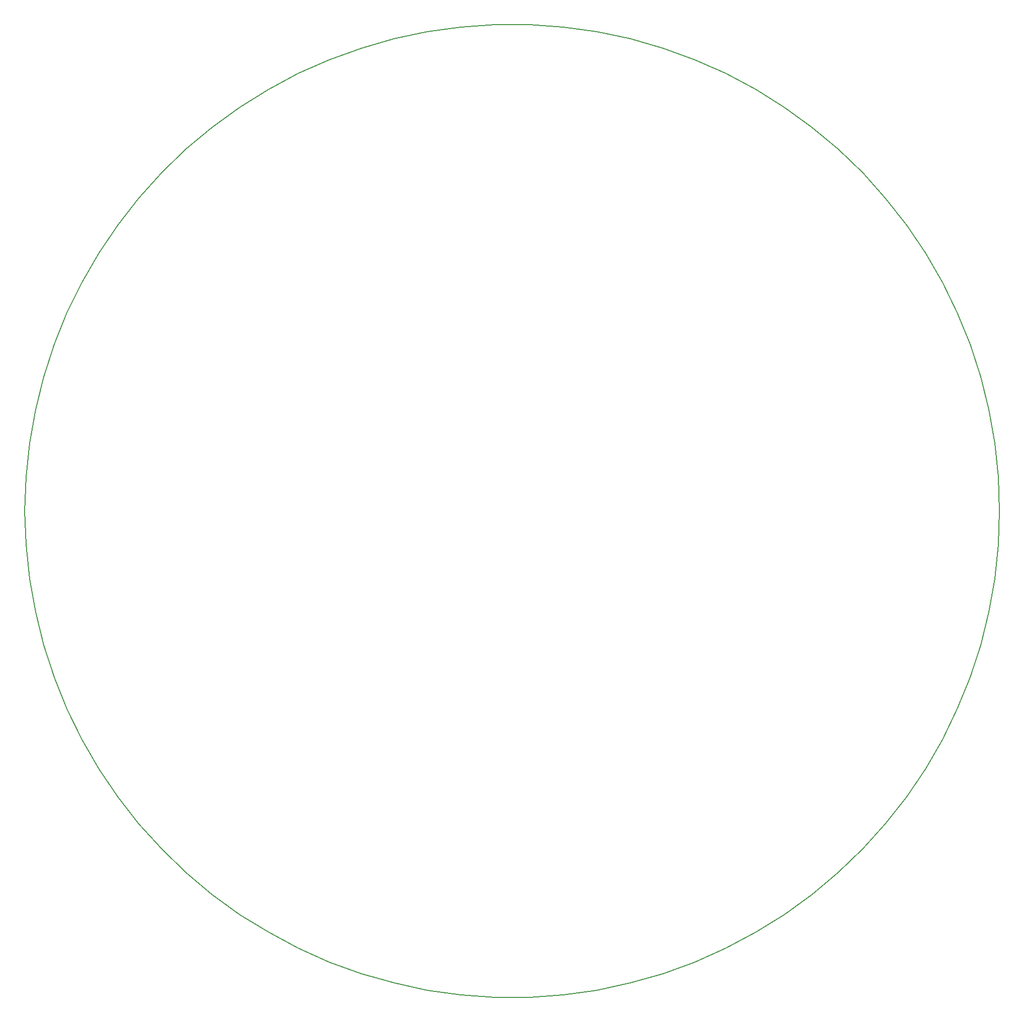
<source format=gbr>
G04 DipTrace 2.4.0.2*
%INBoardOutlineCIRCULAR24.gbr*%
%MOIN*%
%ADD11C,0.0055*%
%FSLAX44Y44*%
G04*
G70*
G90*
G75*
G01*
%LNBoardOutline*%
%LPD*%
X3937Y36253D2*
D11*
X4016Y38507D1*
X4252Y40750D1*
X4644Y42972D1*
X5190Y45160D1*
X5888Y47306D1*
X6734Y49397D1*
X7723Y51424D1*
X8852Y53378D1*
X10115Y55248D1*
X11505Y57025D1*
X13016Y58701D1*
X14640Y60268D1*
X16369Y61718D1*
X18196Y63044D1*
X20111Y64239D1*
X22104Y65298D1*
X24167Y66216D1*
X26288Y66987D1*
X28459Y67609D1*
X30667Y68078D1*
X32903Y68392D1*
X35155Y68549D1*
X37413D1*
X39665Y68392D1*
X41901Y68078D1*
X44110Y67609D1*
X46280Y66987D1*
X48402Y66216D1*
X50464Y65298D1*
X52458Y64239D1*
X54372Y63044D1*
X56199Y61718D1*
X57929Y60268D1*
X59553Y58701D1*
X61064Y57025D1*
X62454Y55248D1*
X63716Y53378D1*
X64845Y51424D1*
X65835Y49397D1*
X66681Y47306D1*
X67378Y45160D1*
X67924Y42972D1*
X68316Y40750D1*
X68553Y38507D1*
X68631Y36253D1*
X68553Y33999D1*
X68316Y31755D1*
X67924Y29534D1*
X67378Y27345D1*
X66681Y25200D1*
X65835Y23109D1*
X64845Y21082D1*
X63716Y19128D1*
X62454Y17258D1*
X61064Y15481D1*
X59553Y13804D1*
X57929Y12238D1*
X56199Y10788D1*
X54372Y9462D1*
X52458Y8267D1*
X50464Y7208D1*
X48402Y6290D1*
X46280Y5519D1*
X44110Y4897D1*
X41901Y4428D1*
X39665Y4114D1*
X37413Y3957D1*
X35155D1*
X32903Y4114D1*
X30667Y4428D1*
X28459Y4897D1*
X26288Y5519D1*
X24167Y6290D1*
X22104Y7208D1*
X20111Y8267D1*
X18196Y9462D1*
X16369Y10788D1*
X14640Y12238D1*
X13016Y13804D1*
X11505Y15481D1*
X10115Y17258D1*
X8852Y19128D1*
X7723Y21082D1*
X6734Y23109D1*
X5888Y25200D1*
X5190Y27345D1*
X4644Y29534D1*
X4252Y31755D1*
X4016Y33999D1*
X3937Y36253D1*
M02*

</source>
